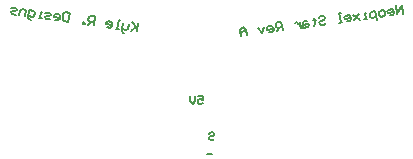
<source format=gbo>
G04*
G04 #@! TF.GenerationSoftware,Altium Limited,Altium Designer,22.10.1 (41)*
G04*
G04 Layer_Color=32896*
%FSLAX25Y25*%
%MOIN*%
G70*
G04*
G04 #@! TF.SameCoordinates,0AD24C9F-CA8A-4173-ACEB-545809BFA2C4*
G04*
G04*
G04 #@! TF.FilePolarity,Positive*
G04*
G01*
G75*
%ADD50C,0.00500*%
D50*
X143831Y57225D02*
X143414Y54255D01*
X143553Y55245D01*
X141851Y57503D01*
X143127Y55809D01*
X141434Y54533D01*
X140722Y56652D02*
X140513Y55167D01*
X139949Y54742D01*
X138464Y54950D01*
X138394Y54455D01*
X138820Y53891D01*
X139315Y53821D01*
X138464Y54950D02*
X138742Y56930D01*
X137474Y55089D02*
X136484Y55229D01*
X136979Y55159D01*
X137396Y58129D01*
X137891Y58059D01*
X133514Y55646D02*
X134504Y55507D01*
X135069Y55932D01*
X135208Y56922D01*
X134782Y57487D01*
X133792Y57626D01*
X133228Y57200D01*
X133158Y56705D01*
X135138Y56427D01*
X129059Y56272D02*
X129477Y59242D01*
X127992Y59451D01*
X127427Y59025D01*
X127288Y58035D01*
X127714Y57471D01*
X129199Y57262D01*
X128208Y57401D02*
X127079Y56550D01*
X126090Y56689D02*
X126159Y57184D01*
X125664Y57254D01*
X125594Y56759D01*
X126090Y56689D01*
X121062Y60425D02*
X120645Y57455D01*
X119160Y57663D01*
X118734Y58228D01*
X119013Y60208D01*
X119577Y60633D01*
X121062Y60425D01*
X116190Y58081D02*
X117180Y57942D01*
X117745Y58367D01*
X117884Y59357D01*
X117458Y59921D01*
X116468Y60061D01*
X115904Y59635D01*
X115834Y59140D01*
X117814Y58862D01*
X114705Y58289D02*
X113220Y58498D01*
X112795Y59063D01*
X113359Y59488D01*
X114349Y59349D01*
X114914Y59774D01*
X114488Y60339D01*
X113004Y60548D01*
X111735Y58707D02*
X110745Y58846D01*
X111240Y58776D01*
X111519Y60756D01*
X112013Y60687D01*
X108131Y58204D02*
X107636Y58273D01*
X107211Y58838D01*
X107559Y61313D01*
X109044Y61104D01*
X109469Y60540D01*
X109330Y59550D01*
X108765Y59124D01*
X107281Y59333D01*
X106290Y59472D02*
X106569Y61452D01*
X105084Y61661D01*
X104519Y61235D01*
X104311Y59750D01*
X103321Y59889D02*
X101836Y60098D01*
X101410Y60663D01*
X101975Y61088D01*
X102965Y60949D01*
X103529Y61374D01*
X103104Y61939D01*
X101619Y62147D01*
X167634Y20183D02*
X168050Y20599D01*
X168884D01*
X169300Y20183D01*
Y19766D01*
X168884Y19350D01*
X168050D01*
X167634Y18933D01*
Y18517D01*
X168050Y18100D01*
X168884D01*
X169300Y18517D01*
X163734Y32599D02*
X165400D01*
Y31350D01*
X164567Y31766D01*
X164150D01*
X163734Y31350D01*
Y30516D01*
X164150Y30100D01*
X164983D01*
X165400Y30516D01*
X162901Y32599D02*
Y30933D01*
X162068Y30100D01*
X161235Y30933D01*
Y32599D01*
X232196Y60216D02*
X231779Y63185D01*
X230216Y59937D01*
X229799Y62907D01*
X227741Y59589D02*
X228731Y59728D01*
X229157Y60293D01*
X229018Y61283D01*
X228453Y61708D01*
X227463Y61569D01*
X227038Y61005D01*
X227107Y60510D01*
X229087Y60788D01*
X225762Y59311D02*
X224771Y59172D01*
X224207Y59597D01*
X224068Y60587D01*
X224493Y61152D01*
X225483Y61291D01*
X226048Y60866D01*
X226187Y59876D01*
X225762Y59311D01*
X223426Y57973D02*
X223008Y60943D01*
X221523Y60735D01*
X221098Y60170D01*
X221237Y59180D01*
X221802Y58755D01*
X223287Y58963D01*
X220317Y58546D02*
X219327Y58407D01*
X219822Y58476D01*
X219544Y60456D01*
X220039Y60526D01*
X217564Y60178D02*
X215862Y57920D01*
X216713Y59049D01*
X215584Y59900D01*
X217842Y58198D01*
X213387Y57572D02*
X214377Y57711D01*
X214803Y58276D01*
X214663Y59266D01*
X214099Y59691D01*
X213109Y59552D01*
X212684Y58987D01*
X212753Y58492D01*
X214733Y58771D01*
X211902Y57363D02*
X210912Y57224D01*
X211407Y57294D01*
X210990Y60264D01*
X211485Y60333D01*
X204130Y58795D02*
X204555Y59359D01*
X205545Y59499D01*
X206110Y59073D01*
X206179Y58578D01*
X205754Y58013D01*
X204764Y57874D01*
X204339Y57310D01*
X204408Y56815D01*
X204973Y56389D01*
X205962Y56529D01*
X206388Y57093D01*
X202645Y58586D02*
X202714Y58091D01*
X203209Y58161D01*
X202219Y58022D01*
X202714Y58091D01*
X202923Y56606D01*
X202498Y56042D01*
X200240Y57743D02*
X199250Y57604D01*
X198824Y57040D01*
X199033Y55555D01*
X200518Y55763D01*
X200943Y56328D01*
X200379Y56753D01*
X198894Y56545D01*
X197765Y57395D02*
X198043Y55416D01*
X197904Y56406D01*
X197339Y56831D01*
X196775Y57256D01*
X196280Y57187D01*
X192103Y54581D02*
X191686Y57551D01*
X190201Y57342D01*
X189776Y56777D01*
X189915Y55787D01*
X190479Y55362D01*
X191964Y55571D01*
X190974Y55432D02*
X190123Y54303D01*
X187648Y53955D02*
X188638Y54094D01*
X189064Y54658D01*
X188925Y55648D01*
X188360Y56074D01*
X187370Y55935D01*
X186945Y55370D01*
X187014Y54875D01*
X188994Y55153D01*
X185885Y55726D02*
X185174Y53607D01*
X183905Y55448D01*
X180224Y52911D02*
X179946Y54891D01*
X178816Y55742D01*
X177966Y54613D01*
X178244Y52633D01*
X178035Y54118D01*
X180015Y54396D01*
X168700Y13250D02*
X167034D01*
M02*

</source>
